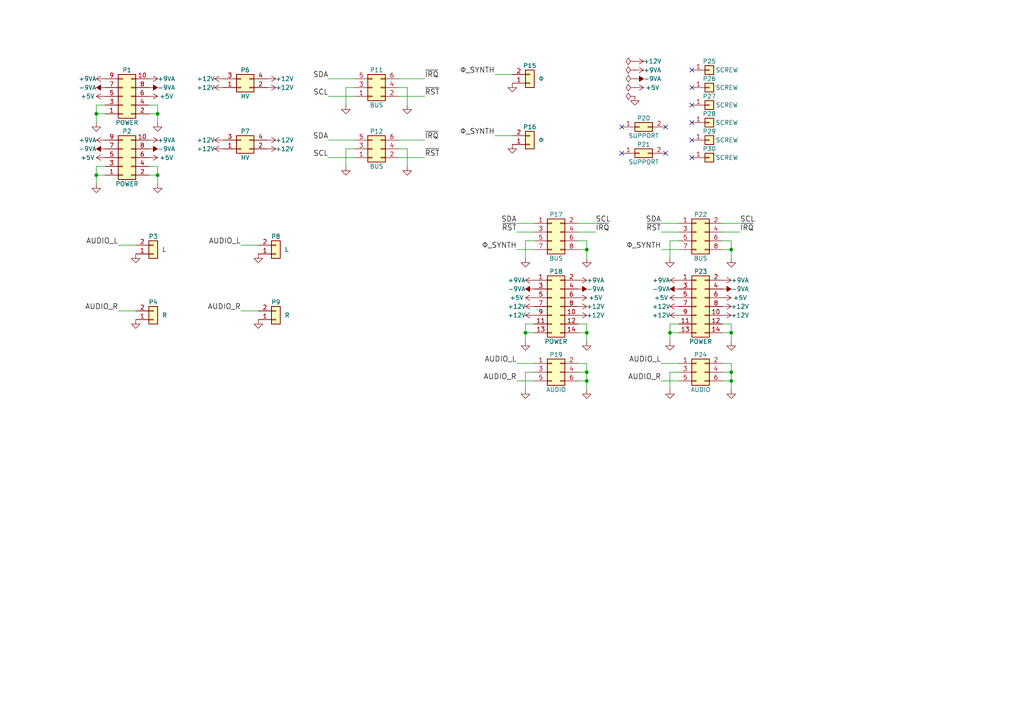
<source format=kicad_sch>
(kicad_sch (version 20211123) (generator eeschema)
  (paper "A4")
  (lib_symbols
    (symbol "Connector_Generic:Conn_01x01" (pin_names (offset 1.016) hide)
      (property "Reference" "J" (at 0 2.54 0))
      (property "Value" "Conn_01x01" (at 0 -2.54 0))
      (symbol "Conn_01x01_1_1"
        (rectangle (start -1.27 0.127) (end 0 -0.127) (stroke (width 0.1524)))
        (rectangle (start -1.27 1.27) (end 1.27 -1.27) (stroke (width 0.254)) (fill (type background)))
        (pin passive line (at -5.08 0 0) (length 3.81) (name "Pin_1") (number "1"))
      )
    )
    (symbol "Connector_Generic:Conn_01x02" (pin_names (offset 1.016) hide)
      (property "Reference" "J" (at 0 2.54 0))
      (property "Value" "Conn_01x02" (at 0 -5.08 0))
      (symbol "Conn_01x02_1_1"
        (rectangle (start -1.27 -2.413) (end 0 -2.667) (stroke (width 0.1524)))
        (rectangle (start -1.27 0.127) (end 0 -0.127) (stroke (width 0.1524)))
        (rectangle (start -1.27 1.27) (end 1.27 -3.81) (stroke (width 0.254)) (fill (type background)))
        (pin passive line (at -5.08 0 0) (length 3.81) (name "Pin_1") (number "1"))
        (pin passive line (at -5.08 -2.54 0) (length 3.81) (name "Pin_2") (number "2"))
      )
    )
    (symbol "Connector_Generic:Conn_02x01" (pin_names (offset 1.016) hide)
      (property "Reference" "J" (at 1.27 2.54 0))
      (property "Value" "Conn_02x01" (at 1.27 -2.54 0))
      (symbol "Conn_02x01_1_1"
        (rectangle (start -1.27 0.127) (end 0 -0.127) (stroke (width 0.1524)))
        (rectangle (start -1.27 1.27) (end 3.81 -1.27) (stroke (width 0.254)) (fill (type background)))
        (rectangle (start 3.81 0.127) (end 2.54 -0.127) (stroke (width 0.1524)))
        (pin passive line (at -5.08 0 0) (length 3.81) (name "Pin_1") (number "1"))
        (pin passive line (at 7.62 0 180) (length 3.81) (name "Pin_2") (number "2"))
      )
    )
    (symbol "Connector_Generic:Conn_02x02_Odd_Even" (pin_names (offset 1.016) hide)
      (property "Reference" "J" (at 1.27 2.54 0))
      (property "Value" "Conn_02x02_Odd_Even" (at 1.27 -5.08 0))
      (symbol "Conn_02x02_Odd_Even_1_1"
        (rectangle (start -1.27 -2.413) (end 0 -2.667) (stroke (width 0.1524)))
        (rectangle (start -1.27 0.127) (end 0 -0.127) (stroke (width 0.1524)))
        (rectangle (start -1.27 1.27) (end 3.81 -3.81) (stroke (width 0.254)) (fill (type background)))
        (rectangle (start 3.81 -2.413) (end 2.54 -2.667) (stroke (width 0.1524)))
        (rectangle (start 3.81 0.127) (end 2.54 -0.127) (stroke (width 0.1524)))
        (pin passive line (at -5.08 0 0) (length 3.81) (name "Pin_1") (number "1"))
        (pin passive line (at 7.62 0 180) (length 3.81) (name "Pin_2") (number "2"))
        (pin passive line (at -5.08 -2.54 0) (length 3.81) (name "Pin_3") (number "3"))
        (pin passive line (at 7.62 -2.54 180) (length 3.81) (name "Pin_4") (number "4"))
      )
    )
    (symbol "Connector_Generic:Conn_02x03_Odd_Even" (pin_names (offset 1.016) hide)
      (property "Reference" "J" (at 1.27 5.08 0))
      (property "Value" "Conn_02x03_Odd_Even" (at 1.27 -5.08 0))
      (symbol "Conn_02x03_Odd_Even_1_1"
        (rectangle (start -1.27 -2.413) (end 0 -2.667) (stroke (width 0.1524)))
        (rectangle (start -1.27 0.127) (end 0 -0.127) (stroke (width 0.1524)))
        (rectangle (start -1.27 2.667) (end 0 2.413) (stroke (width 0.1524)))
        (rectangle (start -1.27 3.81) (end 3.81 -3.81) (stroke (width 0.254)) (fill (type background)))
        (rectangle (start 3.81 -2.413) (end 2.54 -2.667) (stroke (width 0.1524)))
        (rectangle (start 3.81 0.127) (end 2.54 -0.127) (stroke (width 0.1524)))
        (rectangle (start 3.81 2.667) (end 2.54 2.413) (stroke (width 0.1524)))
        (pin passive line (at -5.08 2.54 0) (length 3.81) (name "Pin_1") (number "1"))
        (pin passive line (at 7.62 2.54 180) (length 3.81) (name "Pin_2") (number "2"))
        (pin passive line (at -5.08 0 0) (length 3.81) (name "Pin_3") (number "3"))
        (pin passive line (at 7.62 0 180) (length 3.81) (name "Pin_4") (number "4"))
        (pin passive line (at -5.08 -2.54 0) (length 3.81) (name "Pin_5") (number "5"))
        (pin passive line (at 7.62 -2.54 180) (length 3.81) (name "Pin_6") (number "6"))
      )
    )
    (symbol "Connector_Generic:Conn_02x04_Odd_Even" (pin_names (offset 1.016) hide)
      (property "Reference" "J" (at 1.27 5.08 0))
      (property "Value" "Conn_02x04_Odd_Even" (at 1.27 -7.62 0))
      (symbol "Conn_02x04_Odd_Even_1_1"
        (rectangle (start -1.27 -4.953) (end 0 -5.207) (stroke (width 0.1524)))
        (rectangle (start -1.27 -2.413) (end 0 -2.667) (stroke (width 0.1524)))
        (rectangle (start -1.27 0.127) (end 0 -0.127) (stroke (width 0.1524)))
        (rectangle (start -1.27 2.667) (end 0 2.413) (stroke (width 0.1524)))
        (rectangle (start -1.27 3.81) (end 3.81 -6.35) (stroke (width 0.254)) (fill (type background)))
        (rectangle (start 3.81 -4.953) (end 2.54 -5.207) (stroke (width 0.1524)))
        (rectangle (start 3.81 -2.413) (end 2.54 -2.667) (stroke (width 0.1524)))
        (rectangle (start 3.81 0.127) (end 2.54 -0.127) (stroke (width 0.1524)))
        (rectangle (start 3.81 2.667) (end 2.54 2.413) (stroke (width 0.1524)))
        (pin passive line (at -5.08 2.54 0) (length 3.81) (name "Pin_1") (number "1"))
        (pin passive line (at 7.62 2.54 180) (length 3.81) (name "Pin_2") (number "2"))
        (pin passive line (at -5.08 0 0) (length 3.81) (name "Pin_3") (number "3"))
        (pin passive line (at 7.62 0 180) (length 3.81) (name "Pin_4") (number "4"))
        (pin passive line (at -5.08 -2.54 0) (length 3.81) (name "Pin_5") (number "5"))
        (pin passive line (at 7.62 -2.54 180) (length 3.81) (name "Pin_6") (number "6"))
        (pin passive line (at -5.08 -5.08 0) (length 3.81) (name "Pin_7") (number "7"))
        (pin passive line (at 7.62 -5.08 180) (length 3.81) (name "Pin_8") (number "8"))
      )
    )
    (symbol "Connector_Generic:Conn_02x05_Odd_Even" (pin_names (offset 1.016) hide)
      (property "Reference" "J" (at 1.27 7.62 0))
      (property "Value" "Conn_02x05_Odd_Even" (at 1.27 -7.62 0))
      (symbol "Conn_02x05_Odd_Even_1_1"
        (rectangle (start -1.27 -4.953) (end 0 -5.207) (stroke (width 0.1524)))
        (rectangle (start -1.27 -2.413) (end 0 -2.667) (stroke (width 0.1524)))
        (rectangle (start -1.27 0.127) (end 0 -0.127) (stroke (width 0.1524)))
        (rectangle (start -1.27 2.667) (end 0 2.413) (stroke (width 0.1524)))
        (rectangle (start -1.27 5.207) (end 0 4.953) (stroke (width 0.1524)))
        (rectangle (start -1.27 6.35) (end 3.81 -6.35) (stroke (width 0.254)) (fill (type background)))
        (rectangle (start 3.81 -4.953) (end 2.54 -5.207) (stroke (width 0.1524)))
        (rectangle (start 3.81 -2.413) (end 2.54 -2.667) (stroke (width 0.1524)))
        (rectangle (start 3.81 0.127) (end 2.54 -0.127) (stroke (width 0.1524)))
        (rectangle (start 3.81 2.667) (end 2.54 2.413) (stroke (width 0.1524)))
        (rectangle (start 3.81 5.207) (end 2.54 4.953) (stroke (width 0.1524)))
        (pin passive line (at -5.08 5.08 0) (length 3.81) (name "Pin_1") (number "1"))
        (pin passive line (at 7.62 -5.08 180) (length 3.81) (name "Pin_10") (number "10"))
        (pin passive line (at 7.62 5.08 180) (length 3.81) (name "Pin_2") (number "2"))
        (pin passive line (at -5.08 2.54 0) (length 3.81) (name "Pin_3") (number "3"))
        (pin passive line (at 7.62 2.54 180) (length 3.81) (name "Pin_4") (number "4"))
        (pin passive line (at -5.08 0 0) (length 3.81) (name "Pin_5") (number "5"))
        (pin passive line (at 7.62 0 180) (length 3.81) (name "Pin_6") (number "6"))
        (pin passive line (at -5.08 -2.54 0) (length 3.81) (name "Pin_7") (number "7"))
        (pin passive line (at 7.62 -2.54 180) (length 3.81) (name "Pin_8") (number "8"))
        (pin passive line (at -5.08 -5.08 0) (length 3.81) (name "Pin_9") (number "9"))
      )
    )
    (symbol "Connector_Generic:Conn_02x07_Odd_Even" (pin_names (offset 1.016) hide)
      (property "Reference" "J" (at 1.27 10.16 0))
      (property "Value" "Conn_02x07_Odd_Even" (at 1.27 -10.16 0))
      (symbol "Conn_02x07_Odd_Even_1_1"
        (rectangle (start -1.27 -7.493) (end 0 -7.747) (stroke (width 0.1524)))
        (rectangle (start -1.27 -4.953) (end 0 -5.207) (stroke (width 0.1524)))
        (rectangle (start -1.27 -2.413) (end 0 -2.667) (stroke (width 0.1524)))
        (rectangle (start -1.27 0.127) (end 0 -0.127) (stroke (width 0.1524)))
        (rectangle (start -1.27 2.667) (end 0 2.413) (stroke (width 0.1524)))
        (rectangle (start -1.27 5.207) (end 0 4.953) (stroke (width 0.1524)))
        (rectangle (start -1.27 7.747) (end 0 7.493) (stroke (width 0.1524)))
        (rectangle (start -1.27 8.89) (end 3.81 -8.89) (stroke (width 0.254)) (fill (type background)))
        (rectangle (start 3.81 -7.493) (end 2.54 -7.747) (stroke (width 0.1524)))
        (rectangle (start 3.81 -4.953) (end 2.54 -5.207) (stroke (width 0.1524)))
        (rectangle (start 3.81 -2.413) (end 2.54 -2.667) (stroke (width 0.1524)))
        (rectangle (start 3.81 0.127) (end 2.54 -0.127) (stroke (width 0.1524)))
        (rectangle (start 3.81 2.667) (end 2.54 2.413) (stroke (width 0.1524)))
        (rectangle (start 3.81 5.207) (end 2.54 4.953) (stroke (width 0.1524)))
        (rectangle (start 3.81 7.747) (end 2.54 7.493) (stroke (width 0.1524)))
        (pin passive line (at -5.08 7.62 0) (length 3.81) (name "Pin_1") (number "1"))
        (pin passive line (at 7.62 -2.54 180) (length 3.81) (name "Pin_10") (number "10"))
        (pin passive line (at -5.08 -5.08 0) (length 3.81) (name "Pin_11") (number "11"))
        (pin passive line (at 7.62 -5.08 180) (length 3.81) (name "Pin_12") (number "12"))
        (pin passive line (at -5.08 -7.62 0) (length 3.81) (name "Pin_13") (number "13"))
        (pin passive line (at 7.62 -7.62 180) (length 3.81) (name "Pin_14") (number "14"))
        (pin passive line (at 7.62 7.62 180) (length 3.81) (name "Pin_2") (number "2"))
        (pin passive line (at -5.08 5.08 0) (length 3.81) (name "Pin_3") (number "3"))
        (pin passive line (at 7.62 5.08 180) (length 3.81) (name "Pin_4") (number "4"))
        (pin passive line (at -5.08 2.54 0) (length 3.81) (name "Pin_5") (number "5"))
        (pin passive line (at 7.62 2.54 180) (length 3.81) (name "Pin_6") (number "6"))
        (pin passive line (at -5.08 0 0) (length 3.81) (name "Pin_7") (number "7"))
        (pin passive line (at 7.62 0 180) (length 3.81) (name "Pin_8") (number "8"))
        (pin passive line (at -5.08 -2.54 0) (length 3.81) (name "Pin_9") (number "9"))
      )
    )
    (symbol "power:+12V" (power) (pin_names (offset 0))
      (property "Value" "+12V" (at 0 3.556 0))
      (symbol "+12V_0_1"
        (polyline (pts (xy -0.762 1.27) (xy 0 2.54)))
        (polyline (pts (xy 0 0) (xy 0 2.54)))
        (polyline (pts (xy 0 2.54) (xy 0.762 1.27)))
      )
      (symbol "+12V_1_1"
        (pin power_in line (at 0 0 90) (length 0) hide (name "+12V") (number "1"))
      )
    )
    (symbol "power:+5V" (power) (pin_names (offset 0))
      (property "Value" "+5V" (at 0 3.556 0))
      (symbol "+5V_0_1"
        (polyline (pts (xy -0.762 1.27) (xy 0 2.54)))
        (polyline (pts (xy 0 0) (xy 0 2.54)))
        (polyline (pts (xy 0 2.54) (xy 0.762 1.27)))
      )
      (symbol "+5V_1_1"
        (pin power_in line (at 0 0 90) (length 0) hide (name "+5V") (number "1"))
      )
    )
    (symbol "power:+9VA" (power) (pin_names (offset 0))
      (property "Value" "+9VA" (at 0 3.81 0))
      (symbol "+9VA_0_1"
        (polyline (pts (xy -0.762 1.27) (xy 0 2.54)))
        (polyline (pts (xy 0 0) (xy 0 2.54)))
        (polyline (pts (xy 0 2.54) (xy 0.762 1.27)))
      )
      (symbol "+9VA_1_1"
        (pin power_in line (at 0 0 90) (length 0) hide (name "+9VA") (number "1"))
      )
    )
    (symbol "power:-9VA" (power) (pin_names (offset 0))
      (property "Value" "-9VA" (at 0 3.81 0))
      (symbol "-9VA_0_1"
        (polyline (pts (xy 0 0) (xy 0 2.54)))
        (polyline (pts (xy 0.762 1.27) (xy -0.762 1.27) (xy 0 2.54) (xy 0.762 1.27)) (fill (type outline)))
      )
      (symbol "-9VA_1_1"
        (pin power_in line (at 0 0 90) (length 0) hide (name "-9VA") (number "1"))
      )
    )
    (symbol "power:GND" (power) (pin_names (offset 0))
      (property "Value" "GND" (at 0 -3.81 0))
      (symbol "GND_0_1"
        (polyline (pts (xy 0 0) (xy 0 -1.27) (xy 1.27 -1.27) (xy 0 -2.54) (xy -1.27 -1.27) (xy 0 -1.27)))
      )
      (symbol "GND_1_1"
        (pin power_in line (at 0 0 270) (length 0) hide (name "GND") (number "1"))
      )
    )
    (symbol "power:PWR_FLAG" (power) (pin_numbers hide) (pin_names (offset 0) hide)
      (property "Value" "PWR_FLAG" (at 0 3.81 0))
      (symbol "PWR_FLAG_0_0"
        (pin power_out line (at 0 0 90) (length 0) (name "pwr") (number "1"))
      )
      (symbol "PWR_FLAG_0_1"
        (polyline (pts (xy 0 0) (xy 0 1.27) (xy -1.016 1.905) (xy 0 2.54) (xy 1.016 1.905) (xy 0 1.27)))
      )
    )
  )
  (junction (at 45.72 33.02))
  (junction (at 170.18 110.49))
  (junction (at 170.18 107.95))
  (junction (at 212.09 96.52))
  (junction (at 194.31 96.52))
  (junction (at 170.18 96.52))
  (junction (at 45.72 50.8))
  (junction (at 27.94 33.02))
  (junction (at 27.94 50.8))
  (junction (at 212.09 72.39))
  (junction (at 212.09 110.49))
  (junction (at 152.4 96.52))
  (junction (at 212.09 107.95))
  (junction (at 170.18 72.39))
  (no_connect (at 200.66 35.56))
  (no_connect (at 193.04 36.83))
  (no_connect (at 200.66 25.4))
  (no_connect (at 200.66 45.72))
  (no_connect (at 200.66 20.32))
  (no_connect (at 200.66 30.48))
  (no_connect (at 180.34 44.45))
  (no_connect (at 200.66 40.64))
  (no_connect (at 180.34 36.83))
  (no_connect (at 193.04 44.45))
  (wire (pts (xy 30.48 48.26) (xy 27.94 48.26)))
  (wire (pts (xy 149.86 110.49) (xy 154.94 110.49)))
  (wire (pts (xy 27.94 50.8) (xy 27.94 53.34)))
  (wire (pts (xy 209.55 64.77) (xy 214.63 64.77)))
  (wire (pts (xy 194.31 96.52) (xy 194.31 99.06)))
  (wire (pts (xy 167.64 69.85) (xy 170.18 69.85)))
  (wire (pts (xy 30.48 30.48) (xy 27.94 30.48)))
  (wire (pts (xy 212.09 110.49) (xy 212.09 113.03)))
  (wire (pts (xy 115.57 45.72) (xy 123.19 45.72)))
  (wire (pts (xy 191.77 105.41) (xy 196.85 105.41)))
  (wire (pts (xy 167.64 96.52) (xy 170.18 96.52)))
  (wire (pts (xy 100.33 43.18) (xy 100.33 48.26)))
  (wire (pts (xy 148.59 21.59) (xy 143.51 21.59)))
  (wire (pts (xy 152.4 69.85) (xy 152.4 74.93)))
  (wire (pts (xy 170.18 96.52) (xy 170.18 99.06)))
  (wire (pts (xy 212.09 93.98) (xy 212.09 96.52)))
  (wire (pts (xy 194.31 107.95) (xy 194.31 113.03)))
  (wire (pts (xy 102.87 25.4) (xy 100.33 25.4)))
  (wire (pts (xy 152.4 107.95) (xy 152.4 113.03)))
  (wire (pts (xy 115.57 27.94) (xy 123.19 27.94)))
  (wire (pts (xy 115.57 40.64) (xy 123.19 40.64)))
  (wire (pts (xy 27.94 33.02) (xy 27.94 35.56)))
  (wire (pts (xy 212.09 107.95) (xy 212.09 110.49)))
  (wire (pts (xy 209.55 67.31) (xy 214.63 67.31)))
  (wire (pts (xy 152.4 93.98) (xy 152.4 96.52)))
  (wire (pts (xy 30.48 33.02) (xy 27.94 33.02)))
  (wire (pts (xy 167.64 107.95) (xy 170.18 107.95)))
  (wire (pts (xy 167.64 72.39) (xy 170.18 72.39)))
  (wire (pts (xy 167.64 67.31) (xy 172.72 67.31)))
  (wire (pts (xy 209.55 96.52) (xy 212.09 96.52)))
  (wire (pts (xy 196.85 93.98) (xy 194.31 93.98)))
  (wire (pts (xy 149.86 72.39) (xy 154.94 72.39)))
  (wire (pts (xy 102.87 43.18) (xy 100.33 43.18)))
  (wire (pts (xy 191.77 110.49) (xy 196.85 110.49)))
  (wire (pts (xy 74.93 71.12) (xy 69.85 71.12)))
  (wire (pts (xy 209.55 105.41) (xy 212.09 105.41)))
  (wire (pts (xy 102.87 27.94) (xy 95.25 27.94)))
  (wire (pts (xy 170.18 72.39) (xy 170.18 74.93)))
  (wire (pts (xy 45.72 48.26) (xy 45.72 50.8)))
  (wire (pts (xy 196.85 64.77) (xy 191.77 64.77)))
  (wire (pts (xy 148.59 39.37) (xy 143.51 39.37)))
  (wire (pts (xy 170.18 107.95) (xy 170.18 110.49)))
  (wire (pts (xy 209.55 110.49) (xy 212.09 110.49)))
  (wire (pts (xy 39.37 90.17) (xy 34.29 90.17)))
  (wire (pts (xy 212.09 72.39) (xy 212.09 74.93)))
  (wire (pts (xy 30.48 50.8) (xy 27.94 50.8)))
  (wire (pts (xy 194.31 93.98) (xy 194.31 96.52)))
  (wire (pts (xy 115.57 22.86) (xy 123.19 22.86)))
  (wire (pts (xy 167.64 93.98) (xy 170.18 93.98)))
  (wire (pts (xy 212.09 105.41) (xy 212.09 107.95)))
  (wire (pts (xy 27.94 30.48) (xy 27.94 33.02)))
  (wire (pts (xy 118.11 43.18) (xy 118.11 48.26)))
  (wire (pts (xy 115.57 43.18) (xy 118.11 43.18)))
  (wire (pts (xy 149.86 67.31) (xy 154.94 67.31)))
  (wire (pts (xy 196.85 69.85) (xy 194.31 69.85)))
  (wire (pts (xy 209.55 107.95) (xy 212.09 107.95)))
  (wire (pts (xy 167.64 110.49) (xy 170.18 110.49)))
  (wire (pts (xy 45.72 50.8) (xy 45.72 53.34)))
  (wire (pts (xy 154.94 96.52) (xy 152.4 96.52)))
  (wire (pts (xy 196.85 107.95) (xy 194.31 107.95)))
  (wire (pts (xy 194.31 69.85) (xy 194.31 74.93)))
  (wire (pts (xy 115.57 25.4) (xy 118.11 25.4)))
  (wire (pts (xy 154.94 64.77) (xy 149.86 64.77)))
  (wire (pts (xy 43.18 30.48) (xy 45.72 30.48)))
  (wire (pts (xy 74.93 90.17) (xy 69.85 90.17)))
  (wire (pts (xy 154.94 69.85) (xy 152.4 69.85)))
  (wire (pts (xy 43.18 50.8) (xy 45.72 50.8)))
  (wire (pts (xy 100.33 25.4) (xy 100.33 30.48)))
  (wire (pts (xy 170.18 110.49) (xy 170.18 113.03)))
  (wire (pts (xy 196.85 96.52) (xy 194.31 96.52)))
  (wire (pts (xy 95.25 40.64) (xy 102.87 40.64)))
  (wire (pts (xy 209.55 93.98) (xy 212.09 93.98)))
  (wire (pts (xy 167.64 105.41) (xy 170.18 105.41)))
  (wire (pts (xy 45.72 30.48) (xy 45.72 33.02)))
  (wire (pts (xy 43.18 33.02) (xy 45.72 33.02)))
  (wire (pts (xy 209.55 72.39) (xy 212.09 72.39)))
  (wire (pts (xy 149.86 105.41) (xy 154.94 105.41)))
  (wire (pts (xy 27.94 48.26) (xy 27.94 50.8)))
  (wire (pts (xy 154.94 107.95) (xy 152.4 107.95)))
  (wire (pts (xy 191.77 72.39) (xy 196.85 72.39)))
  (wire (pts (xy 212.09 69.85) (xy 212.09 72.39)))
  (wire (pts (xy 170.18 69.85) (xy 170.18 72.39)))
  (wire (pts (xy 191.77 67.31) (xy 196.85 67.31)))
  (wire (pts (xy 102.87 45.72) (xy 95.25 45.72)))
  (wire (pts (xy 170.18 93.98) (xy 170.18 96.52)))
  (wire (pts (xy 39.37 71.12) (xy 34.29 71.12)))
  (wire (pts (xy 212.09 96.52) (xy 212.09 99.06)))
  (wire (pts (xy 167.64 64.77) (xy 172.72 64.77)))
  (wire (pts (xy 45.72 33.02) (xy 45.72 35.56)))
  (wire (pts (xy 154.94 93.98) (xy 152.4 93.98)))
  (wire (pts (xy 43.18 48.26) (xy 45.72 48.26)))
  (wire (pts (xy 170.18 105.41) (xy 170.18 107.95)))
  (wire (pts (xy 118.11 25.4) (xy 118.11 30.48)))
  (wire (pts (xy 95.25 22.86) (xy 102.87 22.86)))
  (wire (pts (xy 152.4 96.52) (xy 152.4 99.06)))
  (wire (pts (xy 209.55 69.85) (xy 212.09 69.85)))
  (label "Φ_SYNTH" (at 191.77 72.39 180) (effects (font (size 1.524 1.524))))
  (label "Φ_SYNTH" (at 149.86 72.39 180) (effects (font (size 1.524 1.524))))
  (label "SDA" (at 95.25 40.64 180) (effects (font (size 1.524 1.524))))
  (label "~{RST}" (at 123.19 27.94 0) (effects (font (size 1.524 1.524))))
  (label "SDA" (at 95.25 22.86 180) (effects (font (size 1.524 1.524))))
  (label "AUDIO_L" (at 34.29 71.12 180) (effects (font (size 1.524 1.524))))
  (label "~{RST}" (at 149.86 67.31 180) (effects (font (size 1.524 1.524))))
  (label "SCL" (at 214.63 64.77 0) (effects (font (size 1.524 1.524))))
  (label "~{IRQ}" (at 123.19 40.64 0) (effects (font (size 1.524 1.524))))
  (label "SDA" (at 149.86 64.77 180) (effects (font (size 1.524 1.524))))
  (label "Φ_SYNTH" (at 143.51 39.37 180) (effects (font (size 1.524 1.524))))
  (label "Φ_SYNTH" (at 143.51 21.59 180) (effects (font (size 1.524 1.524))))
  (label "~{RST}" (at 191.77 67.31 180) (effects (font (size 1.524 1.524))))
  (label "AUDIO_L" (at 69.85 71.12 180) (effects (font (size 1.524 1.524))))
  (label "SCL" (at 172.72 64.77 0) (effects (font (size 1.524 1.524))))
  (label "AUDIO_R" (at 149.86 110.49 180) (effects (font (size 1.524 1.524))))
  (label "~{RST}" (at 123.19 45.72 0) (effects (font (size 1.524 1.524))))
  (label "~{IRQ}" (at 214.63 67.31 0) (effects (font (size 1.524 1.524))))
  (label "SDA" (at 191.77 64.77 180) (effects (font (size 1.524 1.524))))
  (label "AUDIO_R" (at 69.85 90.17 180) (effects (font (size 1.524 1.524))))
  (label "AUDIO_R" (at 191.77 110.49 180) (effects (font (size 1.524 1.524))))
  (label "AUDIO_R" (at 34.29 90.17 180) (effects (font (size 1.524 1.524))))
  (label "~{IRQ}" (at 172.72 67.31 0) (effects (font (size 1.524 1.524))))
  (label "AUDIO_L" (at 191.77 105.41 180) (effects (font (size 1.524 1.524))))
  (label "AUDIO_L" (at 149.86 105.41 180) (effects (font (size 1.524 1.524))))
  (label "~{IRQ}" (at 123.19 22.86 0) (effects (font (size 1.524 1.524))))
  (label "SCL" (at 95.25 27.94 180) (effects (font (size 1.524 1.524))))
  (label "SCL" (at 95.25 45.72 180) (effects (font (size 1.524 1.524))))
  (symbol (lib_id "Connector_Generic:Conn_02x05_Odd_Even") (at 35.56 27.94 0) (mirror x) (unit 1)
    (property "Reference" "P1" (at 36.83 20.32 0))
    (property "Value" "POWER" (at 36.83 35.56 0))
    (property "Footprint" "Connector_PinHeader_2.54mm:PinHeader_2x05_P2.54mm_Vertical" (effects hide))
  )
  (symbol (lib_id "power:+9VA") (at 30.48 22.86 90) (unit 1)
    (property "Reference" "#PWR01" (effects hide))
    (property "Value" "+9VA" (at 25.4 22.86 90))
  )
  (symbol (lib_id "power:-9VA") (at 30.48 25.4 90) (unit 1)
    (property "Reference" "#PWR02" (effects hide))
    (property "Value" "-9VA" (at 25.4 25.4 90))
  )
  (symbol (lib_id "power:+5V") (at 30.48 27.94 90) (unit 1)
    (property "Reference" "#PWR03" (effects hide))
    (property "Value" "+5V" (at 25.4 27.94 90))
  )
  (symbol (lib_id "power:GND") (at 27.94 35.56 0) (unit 1)
    (property "Reference" "#PWR04" (effects hide))
    (property "Value" "GND" (effects hide))
  )
  (symbol (lib_id "power:GND") (at 45.72 35.56 0) (unit 1)
    (property "Reference" "#PWR05" (effects hide))
    (property "Value" "GND" (effects hide))
  )
  (symbol (lib_id "power:+9VA") (at 43.18 22.86 270) (mirror x) (unit 1)
    (property "Reference" "#PWR06" (effects hide))
    (property "Value" "+9VA" (at 48.26 22.86 90))
  )
  (symbol (lib_id "power:-9VA") (at 43.18 25.4 270) (mirror x) (unit 1)
    (property "Reference" "#PWR07" (effects hide))
    (property "Value" "-9VA" (at 48.26 25.4 90))
  )
  (symbol (lib_id "power:+5V") (at 43.18 27.94 270) (mirror x) (unit 1)
    (property "Reference" "#PWR08" (effects hide))
    (property "Value" "+5V" (at 48.26 27.94 90))
  )
  (symbol (lib_id "Connector_Generic:Conn_02x05_Odd_Even") (at 35.56 45.72 0) (mirror x) (unit 1)
    (property "Reference" "P2" (at 36.83 38.1 0))
    (property "Value" "POWER" (at 36.83 53.34 0))
    (property "Footprint" "Connector_PinHeader_2.54mm:PinHeader_2x05_P2.54mm_Vertical" (effects hide))
  )
  (symbol (lib_id "power:+9VA") (at 30.48 40.64 90) (unit 1)
    (property "Reference" "#PWR09" (effects hide))
    (property "Value" "+9VA" (at 25.4 40.64 90))
  )
  (symbol (lib_id "power:-9VA") (at 30.48 43.18 90) (unit 1)
    (property "Reference" "#PWR010" (effects hide))
    (property "Value" "-9VA" (at 25.4 43.18 90))
  )
  (symbol (lib_id "power:+5V") (at 30.48 45.72 90) (unit 1)
    (property "Reference" "#PWR011" (effects hide))
    (property "Value" "+5V" (at 25.4 45.72 90))
  )
  (symbol (lib_id "power:GND") (at 27.94 53.34 0) (unit 1)
    (property "Reference" "#PWR012" (effects hide))
    (property "Value" "GND" (effects hide))
  )
  (symbol (lib_id "power:GND") (at 45.72 53.34 0) (unit 1)
    (property "Reference" "#PWR013" (effects hide))
    (property "Value" "GND" (effects hide))
  )
  (symbol (lib_id "power:+9VA") (at 43.18 40.64 270) (mirror x) (unit 1)
    (property "Reference" "#PWR014" (effects hide))
    (property "Value" "+9VA" (at 48.26 40.64 90))
  )
  (symbol (lib_id "power:-9VA") (at 43.18 43.18 270) (mirror x) (unit 1)
    (property "Reference" "#PWR015" (effects hide))
    (property "Value" "-9VA" (at 48.26 43.18 90))
  )
  (symbol (lib_id "power:+5V") (at 43.18 45.72 270) (mirror x) (unit 1)
    (property "Reference" "#PWR016" (effects hide))
    (property "Value" "+5V" (at 48.26 45.72 90))
  )
  (symbol (lib_id "power:GND") (at 184.15 27.94 0) (unit 1)
    (property "Reference" "#PWR017" (effects hide))
    (property "Value" "GND" (effects hide))
  )
  (symbol (lib_id "power:+9VA") (at 184.15 20.32 270) (mirror x) (unit 1)
    (property "Reference" "#PWR018" (effects hide))
    (property "Value" "+9VA" (at 189.23 20.32 90))
  )
  (symbol (lib_id "power:-9VA") (at 184.15 22.86 270) (mirror x) (unit 1)
    (property "Reference" "#PWR019" (effects hide))
    (property "Value" "-9VA" (at 189.23 22.86 90))
  )
  (symbol (lib_id "power:+5V") (at 184.15 25.4 270) (mirror x) (unit 1)
    (property "Reference" "#PWR020" (effects hide))
    (property "Value" "+5V" (at 189.23 25.4 90))
  )
  (symbol (lib_id "power:PWR_FLAG") (at 184.15 20.32 90) (unit 1)
    (property "Reference" "#FLG021" (effects hide))
    (property "Value" "PWR_FLAG" (effects hide))
  )
  (symbol (lib_id "power:PWR_FLAG") (at 184.15 22.86 90) (unit 1)
    (property "Reference" "#FLG022" (effects hide))
    (property "Value" "PWR_FLAG" (effects hide))
  )
  (symbol (lib_id "power:PWR_FLAG") (at 184.15 25.4 90) (unit 1)
    (property "Reference" "#FLG023" (effects hide))
    (property "Value" "PWR_FLAG" (effects hide))
  )
  (symbol (lib_id "power:PWR_FLAG") (at 184.15 27.94 90) (unit 1)
    (property "Reference" "#FLG024" (effects hide))
    (property "Value" "PWR_FLAG" (effects hide))
  )
  (symbol (lib_id "Connector_Generic:Conn_02x02_Odd_Even") (at 69.85 25.4 0) (mirror x) (unit 1)
    (property "Reference" "P6" (at 71.12 20.32 0))
    (property "Value" "HV" (at 71.12 27.94 0))
    (property "Footprint" "Connector_PinHeader_2.54mm:PinHeader_2x02_P2.54mm_Vertical" (effects hide))
  )
  (symbol (lib_id "power:+12V") (at 77.47 22.86 270) (unit 1)
    (property "Reference" "#PWR025" (effects hide))
    (property "Value" "+12V" (at 82.55 22.86 90))
  )
  (symbol (lib_id "power:+12V") (at 77.47 25.4 270) (unit 1)
    (property "Reference" "#PWR026" (effects hide))
    (property "Value" "+12V" (at 82.55 25.4 90))
  )
  (symbol (lib_id "power:+12V") (at 64.77 25.4 90) (mirror x) (unit 1)
    (property "Reference" "#PWR027" (effects hide))
    (property "Value" "+12V" (at 59.69 25.4 90))
  )
  (symbol (lib_id "power:+12V") (at 64.77 22.86 90) (mirror x) (unit 1)
    (property "Reference" "#PWR028" (effects hide))
    (property "Value" "+12V" (at 59.69 22.86 90))
  )
  (symbol (lib_id "Connector_Generic:Conn_02x02_Odd_Even") (at 69.85 43.18 0) (mirror x) (unit 1)
    (property "Reference" "P7" (at 71.12 38.1 0))
    (property "Value" "HV" (at 71.12 45.72 0))
    (property "Footprint" "Connector_PinHeader_2.54mm:PinHeader_2x02_P2.54mm_Vertical" (effects hide))
  )
  (symbol (lib_id "power:+12V") (at 77.47 40.64 270) (unit 1)
    (property "Reference" "#PWR029" (effects hide))
    (property "Value" "+12V" (at 82.55 40.64 90))
  )
  (symbol (lib_id "power:+12V") (at 77.47 43.18 270) (unit 1)
    (property "Reference" "#PWR030" (effects hide))
    (property "Value" "+12V" (at 82.55 43.18 90))
  )
  (symbol (lib_id "power:+12V") (at 64.77 43.18 90) (mirror x) (unit 1)
    (property "Reference" "#PWR031" (effects hide))
    (property "Value" "+12V" (at 59.69 43.18 90))
  )
  (symbol (lib_id "power:+12V") (at 64.77 40.64 90) (mirror x) (unit 1)
    (property "Reference" "#PWR032" (effects hide))
    (property "Value" "+12V" (at 59.69 40.64 90))
  )
  (symbol (lib_id "power:PWR_FLAG") (at 184.15 17.78 90) (unit 1)
    (property "Reference" "#FLG033" (effects hide))
    (property "Value" "PWR_FLAG" (effects hide))
  )
  (symbol (lib_id "power:+12V") (at 184.15 17.78 270) (unit 1)
    (property "Reference" "#PWR034" (effects hide))
    (property "Value" "+12V" (at 189.23 17.78 90))
  )
  (symbol (lib_id "Connector_Generic:Conn_02x01") (at 185.42 36.83 0) (unit 1)
    (property "Reference" "P20" (at 186.69 34.29 0))
    (property "Value" "SUPPORT" (at 186.69 39.37 0))
    (property "Footprint" "Connector_PinHeader_2.54mm:PinHeader_1x02_P2.54mm_Vertical" (effects hide))
  )
  (symbol (lib_id "Connector_Generic:Conn_01x02") (at 153.67 24.13 0) (mirror x) (unit 1)
    (property "Reference" "P15" (at 153.67 19.05 0))
    (property "Value" "Φ" (at 156.21 22.86 0) (effects (justify left)))
    (property "Footprint" "Connector_PinHeader_2.54mm:PinHeader_1x02_P2.54mm_Vertical" (effects hide))
  )
  (symbol (lib_id "power:GND") (at 148.59 24.13 0) (unit 1)
    (property "Reference" "#PWR035" (effects hide))
    (property "Value" "GND" (effects hide))
  )
  (symbol (lib_id "Connector_Generic:Conn_01x02") (at 153.67 41.91 0) (mirror x) (unit 1)
    (property "Reference" "P16" (at 153.67 36.83 0))
    (property "Value" "Φ" (at 156.21 40.64 0) (effects (justify left)))
    (property "Footprint" "Connector_PinHeader_2.54mm:PinHeader_1x02_P2.54mm_Vertical" (effects hide))
  )
  (symbol (lib_id "power:GND") (at 148.59 41.91 0) (unit 1)
    (property "Reference" "#PWR036" (effects hide))
    (property "Value" "GND" (effects hide))
  )
  (symbol (lib_id "Connector_Generic:Conn_02x01") (at 185.42 44.45 0) (unit 1)
    (property "Reference" "P21" (at 186.69 41.91 0))
    (property "Value" "SUPPORT" (at 186.69 46.99 0))
    (property "Footprint" "Connector_PinHeader_2.54mm:PinHeader_1x02_P2.54mm_Vertical" (effects hide))
  )
  (symbol (lib_id "Connector_Generic:Conn_01x01") (at 205.74 20.32 0) (unit 1)
    (property "Reference" "P25" (at 205.74 17.78 0))
    (property "Value" "SCREW" (at 210.82 20.32 0))
    (property "Footprint" "MountingHole:MountingHole_2.7mm_M2.5_ISO14580_Pad" (effects hide))
  )
  (symbol (lib_id "Connector_Generic:Conn_01x01") (at 205.74 25.4 0) (unit 1)
    (property "Reference" "P26" (at 205.74 22.86 0))
    (property "Value" "SCREW" (at 210.82 25.4 0))
    (property "Footprint" "MountingHole:MountingHole_2.7mm_M2.5_ISO14580_Pad" (effects hide))
  )
  (symbol (lib_id "Connector_Generic:Conn_01x01") (at 205.74 30.48 0) (unit 1)
    (property "Reference" "P27" (at 205.74 27.94 0))
    (property "Value" "SCREW" (at 210.82 30.48 0))
    (property "Footprint" "MountingHole:MountingHole_2.7mm_M2.5_ISO14580_Pad" (effects hide))
  )
  (symbol (lib_id "Connector_Generic:Conn_01x01") (at 205.74 35.56 0) (unit 1)
    (property "Reference" "P28" (at 205.74 33.02 0))
    (property "Value" "SCREW" (at 210.82 35.56 0))
    (property "Footprint" "MountingHole:MountingHole_2.7mm_M2.5_ISO14580_Pad" (effects hide))
  )
  (symbol (lib_id "Connector_Generic:Conn_01x02") (at 44.45 73.66 0) (mirror x) (unit 1)
    (property "Reference" "P3" (at 44.45 68.58 0))
    (property "Value" "L" (at 46.99 72.39 0) (effects (justify left)))
    (property "Footprint" "Connector_PinHeader_2.54mm:PinHeader_1x02_P2.54mm_Vertical" (effects hide))
  )
  (symbol (lib_id "power:GND") (at 39.37 73.66 0) (unit 1)
    (property "Reference" "#PWR037" (effects hide))
    (property "Value" "GND" (effects hide))
  )
  (symbol (lib_id "Connector_Generic:Conn_01x02") (at 44.45 92.71 0) (mirror x) (unit 1)
    (property "Reference" "P4" (at 44.45 87.63 0))
    (property "Value" "R" (at 46.99 91.44 0) (effects (justify left)))
    (property "Footprint" "Connector_PinHeader_2.54mm:PinHeader_1x02_P2.54mm_Vertical" (effects hide))
  )
  (symbol (lib_id "power:GND") (at 39.37 92.71 0) (unit 1)
    (property "Reference" "#PWR038" (effects hide))
    (property "Value" "GND" (effects hide))
  )
  (symbol (lib_id "Connector_Generic:Conn_01x01") (at 205.74 40.64 0) (unit 1)
    (property "Reference" "P29" (at 205.74 38.1 0))
    (property "Value" "SCREW" (at 210.82 40.64 0))
    (property "Footprint" "MountingHole:MountingHole_2.7mm_M2.5_ISO14580_Pad" (effects hide))
  )
  (symbol (lib_id "Connector_Generic:Conn_01x01") (at 205.74 45.72 0) (unit 1)
    (property "Reference" "P30" (at 205.74 43.18 0))
    (property "Value" "SCREW" (at 210.82 45.72 0))
    (property "Footprint" "MountingHole:MountingHole_2.7mm_M2.5_ISO14580_Pad" (effects hide))
  )
  (symbol (lib_id "Connector_Generic:Conn_02x03_Odd_Even") (at 107.95 25.4 0) (mirror x) (unit 1)
    (property "Reference" "P11" (at 109.22 20.32 0))
    (property "Value" "BUS" (at 109.22 30.48 0))
    (property "Footprint" "Connector_PinHeader_2.54mm:PinHeader_2x03_P2.54mm_Vertical" (effects hide))
  )
  (symbol (lib_id "power:GND") (at 118.11 30.48 0) (unit 1)
    (property "Reference" "#PWR039" (effects hide))
    (property "Value" "GND" (effects hide))
  )
  (symbol (lib_id "power:GND") (at 100.33 30.48 0) (unit 1)
    (property "Reference" "#PWR040" (effects hide))
    (property "Value" "GND" (effects hide))
  )
  (symbol (lib_id "Connector_Generic:Conn_02x03_Odd_Even") (at 107.95 43.18 0) (mirror x) (unit 1)
    (property "Reference" "P12" (at 109.22 38.1 0))
    (property "Value" "BUS" (at 109.22 48.26 0))
    (property "Footprint" "Connector_PinHeader_2.54mm:PinHeader_2x03_P2.54mm_Vertical" (effects hide))
  )
  (symbol (lib_id "power:GND") (at 118.11 48.26 0) (unit 1)
    (property "Reference" "#PWR041" (effects hide))
    (property "Value" "GND" (effects hide))
  )
  (symbol (lib_id "power:GND") (at 100.33 48.26 0) (unit 1)
    (property "Reference" "#PWR042" (effects hide))
    (property "Value" "GND" (effects hide))
  )
  (symbol (lib_id "Connector_Generic:Conn_02x04_Odd_Even") (at 160.02 67.31 0) (unit 1)
    (property "Reference" "P17" (at 161.29 62.23 0))
    (property "Value" "BUS" (at 161.29 74.93 0))
    (property "Footprint" "Connector_PinHeader_2.54mm:PinHeader_2x04_P2.54mm_Vertical" (effects hide))
  )
  (symbol (lib_id "Connector_Generic:Conn_02x07_Odd_Even") (at 160.02 88.9 0) (unit 1)
    (property "Reference" "P18" (at 161.29 78.74 0))
    (property "Value" "POWER" (at 161.29 99.06 0))
    (property "Footprint" "Connector_PinHeader_2.54mm:PinHeader_2x07_P2.54mm_Vertical" (effects hide))
  )
  (symbol (lib_id "Connector_Generic:Conn_02x03_Odd_Even") (at 160.02 107.95 0) (unit 1)
    (property "Reference" "P19" (at 161.29 102.87 0))
    (property "Value" "AUDIO" (at 161.29 113.03 0))
    (property "Footprint" "Connector_PinHeader_2.54mm:PinHeader_2x03_P2.54mm_Vertical" (effects hide))
  )
  (symbol (lib_id "power:+12V") (at 154.94 88.9 90) (mirror x) (unit 1)
    (property "Reference" "#PWR043" (effects hide))
    (property "Value" "+12V" (at 149.86 88.9 90))
  )
  (symbol (lib_id "power:+12V") (at 154.94 91.44 90) (mirror x) (unit 1)
    (property "Reference" "#PWR044" (effects hide))
    (property "Value" "+12V" (at 149.86 91.44 90))
  )
  (symbol (lib_id "power:+12V") (at 167.64 88.9 270) (unit 1)
    (property "Reference" "#PWR045" (effects hide))
    (property "Value" "+12V" (at 172.72 88.9 90))
  )
  (symbol (lib_id "power:+12V") (at 167.64 91.44 270) (unit 1)
    (property "Reference" "#PWR046" (effects hide))
    (property "Value" "+12V" (at 172.72 91.44 90))
  )
  (symbol (lib_id "power:GND") (at 152.4 74.93 0) (unit 1)
    (property "Reference" "#PWR047" (effects hide))
    (property "Value" "GND" (effects hide))
  )
  (symbol (lib_id "power:GND") (at 170.18 74.93 0) (unit 1)
    (property "Reference" "#PWR048" (effects hide))
    (property "Value" "GND" (effects hide))
  )
  (symbol (lib_id "power:+9VA") (at 154.94 81.28 90) (unit 1)
    (property "Reference" "#PWR049" (effects hide))
    (property "Value" "+9VA" (at 149.86 81.28 90))
  )
  (symbol (lib_id "power:-9VA") (at 154.94 83.82 90) (unit 1)
    (property "Reference" "#PWR050" (effects hide))
    (property "Value" "-9VA" (at 149.86 83.82 90))
  )
  (symbol (lib_id "power:+5V") (at 154.94 86.36 90) (unit 1)
    (property "Reference" "#PWR051" (effects hide))
    (property "Value" "+5V" (at 149.86 86.36 90))
  )
  (symbol (lib_id "power:+9VA") (at 167.64 81.28 270) (mirror x) (unit 1)
    (property "Reference" "#PWR052" (effects hide))
    (property "Value" "+9VA" (at 172.72 81.28 90))
  )
  (symbol (lib_id "power:-9VA") (at 167.64 83.82 270) (mirror x) (unit 1)
    (property "Reference" "#PWR053" (effects hide))
    (property "Value" "-9VA" (at 172.72 83.82 90))
  )
  (symbol (lib_id "power:+5V") (at 167.64 86.36 270) (mirror x) (unit 1)
    (property "Reference" "#PWR054" (effects hide))
    (property "Value" "+5V" (at 172.72 86.36 90))
  )
  (symbol (lib_id "power:GND") (at 152.4 99.06 0) (unit 1)
    (property "Reference" "#PWR055" (effects hide))
    (property "Value" "GND" (effects hide))
  )
  (symbol (lib_id "power:GND") (at 170.18 99.06 0) (unit 1)
    (property "Reference" "#PWR056" (effects hide))
    (property "Value" "GND" (effects hide))
  )
  (symbol (lib_id "power:GND") (at 152.4 113.03 0) (unit 1)
    (property "Reference" "#PWR057" (effects hide))
    (property "Value" "GND" (effects hide))
  )
  (symbol (lib_id "power:GND") (at 170.18 113.03 0) (unit 1)
    (property "Reference" "#PWR058" (effects hide))
    (property "Value" "GND" (effects hide))
  )
  (symbol (lib_id "Connector_Generic:Conn_01x02") (at 80.01 73.66 0) (mirror x) (unit 1)
    (property "Reference" "P8" (at 80.01 68.58 0))
    (property "Value" "L" (at 82.55 72.39 0) (effects (justify left)))
    (property "Footprint" "Connector_PinHeader_2.54mm:PinHeader_1x02_P2.54mm_Vertical" (effects hide))
  )
  (symbol (lib_id "power:GND") (at 74.93 73.66 0) (unit 1)
    (property "Reference" "#PWR059" (effects hide))
    (property "Value" "GND" (effects hide))
  )
  (symbol (lib_id "Connector_Generic:Conn_01x02") (at 80.01 92.71 0) (mirror x) (unit 1)
    (property "Reference" "P9" (at 80.01 87.63 0))
    (property "Value" "R" (at 82.55 91.44 0) (effects (justify left)))
    (property "Footprint" "Connector_PinHeader_2.54mm:PinHeader_1x02_P2.54mm_Vertical" (effects hide))
  )
  (symbol (lib_id "power:GND") (at 74.93 92.71 0) (unit 1)
    (property "Reference" "#PWR060" (effects hide))
    (property "Value" "GND" (effects hide))
  )
  (symbol (lib_id "Connector_Generic:Conn_02x04_Odd_Even") (at 201.93 67.31 0) (unit 1)
    (property "Reference" "P22" (at 203.2 62.23 0))
    (property "Value" "BUS" (at 203.2 74.93 0))
    (property "Footprint" "Connector_PinHeader_2.54mm:PinHeader_2x04_P2.54mm_Vertical" (effects hide))
  )
  (symbol (lib_id "Connector_Generic:Conn_02x07_Odd_Even") (at 201.93 88.9 0) (unit 1)
    (property "Reference" "P23" (at 203.2 78.74 0))
    (property "Value" "POWER" (at 203.2 99.06 0))
    (property "Footprint" "Connector_PinHeader_2.54mm:PinHeader_2x07_P2.54mm_Vertical" (effects hide))
  )
  (symbol (lib_id "Connector_Generic:Conn_02x03_Odd_Even") (at 201.93 107.95 0) (unit 1)
    (property "Reference" "P24" (at 203.2 102.87 0))
    (property "Value" "AUDIO" (at 203.2 113.03 0))
    (property "Footprint" "Connector_PinHeader_2.54mm:PinHeader_2x03_P2.54mm_Vertical" (effects hide))
  )
  (symbol (lib_id "power:+12V") (at 196.85 88.9 90) (mirror x) (unit 1)
    (property "Reference" "#PWR061" (effects hide))
    (property "Value" "+12V" (at 191.77 88.9 90))
  )
  (symbol (lib_id "power:+12V") (at 196.85 91.44 90) (mirror x) (unit 1)
    (property "Reference" "#PWR062" (effects hide))
    (property "Value" "+12V" (at 191.77 91.44 90))
  )
  (symbol (lib_id "power:+12V") (at 209.55 88.9 270) (unit 1)
    (property "Reference" "#PWR063" (effects hide))
    (property "Value" "+12V" (at 214.63 88.9 90))
  )
  (symbol (lib_id "power:+12V") (at 209.55 91.44 270) (unit 1)
    (property "Reference" "#PWR064" (effects hide))
    (property "Value" "+12V" (at 214.63 91.44 90))
  )
  (symbol (lib_id "power:GND") (at 194.31 74.93 0) (unit 1)
    (property "Reference" "#PWR065" (effects hide))
    (property "Value" "GND" (effects hide))
  )
  (symbol (lib_id "power:GND") (at 212.09 74.93 0) (unit 1)
    (property "Reference" "#PWR066" (effects hide))
    (property "Value" "GND" (effects hide))
  )
  (symbol (lib_id "power:+9VA") (at 196.85 81.28 90) (unit 1)
    (property "Reference" "#PWR067" (effects hide))
    (property "Value" "+9VA" (at 191.77 81.28 90))
  )
  (symbol (lib_id "power:-9VA") (at 196.85 83.82 90) (unit 1)
    (property "Reference" "#PWR068" (effects hide))
    (property "Value" "-9VA" (at 191.77 83.82 90))
  )
  (symbol (lib_id "power:+5V") (at 196.85 86.36 90) (unit 1)
    (property "Reference" "#PWR069" (effects hide))
    (property "Value" "+5V" (at 191.77 86.36 90))
  )
  (symbol (lib_id "power:+9VA") (at 209.55 81.28 270) (mirror x) (unit 1)
    (property "Reference" "#PWR070" (effects hide))
    (property "Value" "+9VA" (at 214.63 81.28 90))
  )
  (symbol (lib_id "power:-9VA") (at 209.55 83.82 270) (mirror x) (unit 1)
    (property "Reference" "#PWR071" (effects hide))
    (property "Value" "-9VA" (at 214.63 83.82 90))
  )
  (symbol (lib_id "power:+5V") (at 209.55 86.36 270) (mirror x) (unit 1)
    (property "Reference" "#PWR072" (effects hide))
    (property "Value" "+5V" (at 214.63 86.36 90))
  )
  (symbol (lib_id "power:GND") (at 194.31 99.06 0) (unit 1)
    (property "Reference" "#PWR073" (effects hide))
    (property "Value" "GND" (effects hide))
  )
  (symbol (lib_id "power:GND") (at 212.09 99.06 0) (unit 1)
    (property "Reference" "#PWR074" (effects hide))
    (property "Value" "GND" (effects hide))
  )
  (symbol (lib_id "power:GND") (at 194.31 113.03 0) (unit 1)
    (property "Reference" "#PWR075" (effects hide))
    (property "Value" "GND" (effects hide))
  )
  (symbol (lib_id "power:GND") (at 212.09 113.03 0) (unit 1)
    (property "Reference" "#PWR076" (effects hide))
    (property "Value" "GND" (effects hide))
  )
)
</source>
